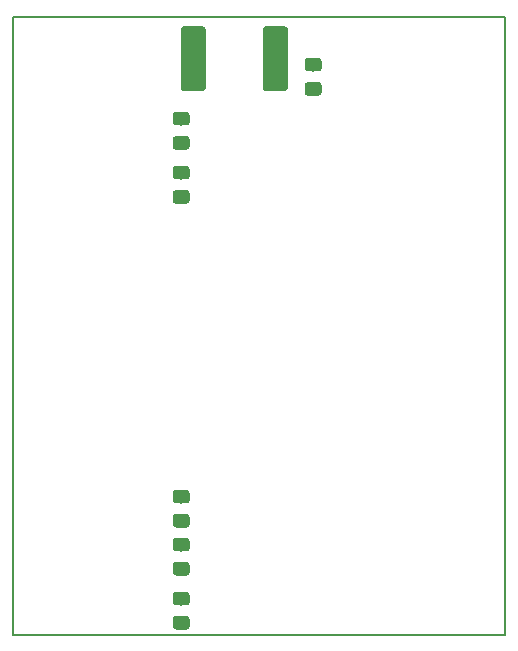
<source format=gtp>
%TF.GenerationSoftware,KiCad,Pcbnew,5.0.2+dfsg1-1*%
%TF.CreationDate,2022-03-26T23:48:13+09:00*%
%TF.ProjectId,tablet-psu,7461626c-6574-42d7-9073-752e6b696361,rev?*%
%TF.SameCoordinates,Original*%
%TF.FileFunction,Paste,Top*%
%TF.FilePolarity,Positive*%
%FSLAX46Y46*%
G04 Gerber Fmt 4.6, Leading zero omitted, Abs format (unit mm)*
G04 Created by KiCad (PCBNEW 5.0.2+dfsg1-1) date Sat 26 Mar 2022 11:48:13 PM JST*
%MOMM*%
%LPD*%
G01*
G04 APERTURE LIST*
%ADD10C,0.150000*%
%ADD11C,0.100000*%
%ADD12C,1.150000*%
%ADD13C,2.100000*%
G04 APERTURE END LIST*
D10*
X138176000Y-70104000D02*
X138176000Y-122428000D01*
X96520000Y-70104000D02*
X138176000Y-70104000D01*
X96520000Y-122428000D02*
X138176000Y-122428000D01*
X96520000Y-70104000D02*
X96520000Y-122428000D01*
D11*
G36*
X122394505Y-75644204D02*
X122418773Y-75647804D01*
X122442572Y-75653765D01*
X122465671Y-75662030D01*
X122487850Y-75672520D01*
X122508893Y-75685132D01*
X122528599Y-75699747D01*
X122546777Y-75716223D01*
X122563253Y-75734401D01*
X122577868Y-75754107D01*
X122590480Y-75775150D01*
X122600970Y-75797329D01*
X122609235Y-75820428D01*
X122615196Y-75844227D01*
X122618796Y-75868495D01*
X122620000Y-75892999D01*
X122620000Y-76543001D01*
X122618796Y-76567505D01*
X122615196Y-76591773D01*
X122609235Y-76615572D01*
X122600970Y-76638671D01*
X122590480Y-76660850D01*
X122577868Y-76681893D01*
X122563253Y-76701599D01*
X122546777Y-76719777D01*
X122528599Y-76736253D01*
X122508893Y-76750868D01*
X122487850Y-76763480D01*
X122465671Y-76773970D01*
X122442572Y-76782235D01*
X122418773Y-76788196D01*
X122394505Y-76791796D01*
X122370001Y-76793000D01*
X121469999Y-76793000D01*
X121445495Y-76791796D01*
X121421227Y-76788196D01*
X121397428Y-76782235D01*
X121374329Y-76773970D01*
X121352150Y-76763480D01*
X121331107Y-76750868D01*
X121311401Y-76736253D01*
X121293223Y-76719777D01*
X121276747Y-76701599D01*
X121262132Y-76681893D01*
X121249520Y-76660850D01*
X121239030Y-76638671D01*
X121230765Y-76615572D01*
X121224804Y-76591773D01*
X121221204Y-76567505D01*
X121220000Y-76543001D01*
X121220000Y-75892999D01*
X121221204Y-75868495D01*
X121224804Y-75844227D01*
X121230765Y-75820428D01*
X121239030Y-75797329D01*
X121249520Y-75775150D01*
X121262132Y-75754107D01*
X121276747Y-75734401D01*
X121293223Y-75716223D01*
X121311401Y-75699747D01*
X121331107Y-75685132D01*
X121352150Y-75672520D01*
X121374329Y-75662030D01*
X121397428Y-75653765D01*
X121421227Y-75647804D01*
X121445495Y-75644204D01*
X121469999Y-75643000D01*
X122370001Y-75643000D01*
X122394505Y-75644204D01*
X122394505Y-75644204D01*
G37*
D12*
X121920000Y-76218000D03*
D11*
G36*
X122394505Y-73594204D02*
X122418773Y-73597804D01*
X122442572Y-73603765D01*
X122465671Y-73612030D01*
X122487850Y-73622520D01*
X122508893Y-73635132D01*
X122528599Y-73649747D01*
X122546777Y-73666223D01*
X122563253Y-73684401D01*
X122577868Y-73704107D01*
X122590480Y-73725150D01*
X122600970Y-73747329D01*
X122609235Y-73770428D01*
X122615196Y-73794227D01*
X122618796Y-73818495D01*
X122620000Y-73842999D01*
X122620000Y-74493001D01*
X122618796Y-74517505D01*
X122615196Y-74541773D01*
X122609235Y-74565572D01*
X122600970Y-74588671D01*
X122590480Y-74610850D01*
X122577868Y-74631893D01*
X122563253Y-74651599D01*
X122546777Y-74669777D01*
X122528599Y-74686253D01*
X122508893Y-74700868D01*
X122487850Y-74713480D01*
X122465671Y-74723970D01*
X122442572Y-74732235D01*
X122418773Y-74738196D01*
X122394505Y-74741796D01*
X122370001Y-74743000D01*
X121469999Y-74743000D01*
X121445495Y-74741796D01*
X121421227Y-74738196D01*
X121397428Y-74732235D01*
X121374329Y-74723970D01*
X121352150Y-74713480D01*
X121331107Y-74700868D01*
X121311401Y-74686253D01*
X121293223Y-74669777D01*
X121276747Y-74651599D01*
X121262132Y-74631893D01*
X121249520Y-74610850D01*
X121239030Y-74588671D01*
X121230765Y-74565572D01*
X121224804Y-74541773D01*
X121221204Y-74517505D01*
X121220000Y-74493001D01*
X121220000Y-73842999D01*
X121221204Y-73818495D01*
X121224804Y-73794227D01*
X121230765Y-73770428D01*
X121239030Y-73747329D01*
X121249520Y-73725150D01*
X121262132Y-73704107D01*
X121276747Y-73684401D01*
X121293223Y-73666223D01*
X121311401Y-73649747D01*
X121331107Y-73635132D01*
X121352150Y-73622520D01*
X121374329Y-73612030D01*
X121397428Y-73603765D01*
X121421227Y-73597804D01*
X121445495Y-73594204D01*
X121469999Y-73593000D01*
X122370001Y-73593000D01*
X122394505Y-73594204D01*
X122394505Y-73594204D01*
G37*
D12*
X121920000Y-74168000D03*
D11*
G36*
X111218505Y-84788204D02*
X111242773Y-84791804D01*
X111266572Y-84797765D01*
X111289671Y-84806030D01*
X111311850Y-84816520D01*
X111332893Y-84829132D01*
X111352599Y-84843747D01*
X111370777Y-84860223D01*
X111387253Y-84878401D01*
X111401868Y-84898107D01*
X111414480Y-84919150D01*
X111424970Y-84941329D01*
X111433235Y-84964428D01*
X111439196Y-84988227D01*
X111442796Y-85012495D01*
X111444000Y-85036999D01*
X111444000Y-85687001D01*
X111442796Y-85711505D01*
X111439196Y-85735773D01*
X111433235Y-85759572D01*
X111424970Y-85782671D01*
X111414480Y-85804850D01*
X111401868Y-85825893D01*
X111387253Y-85845599D01*
X111370777Y-85863777D01*
X111352599Y-85880253D01*
X111332893Y-85894868D01*
X111311850Y-85907480D01*
X111289671Y-85917970D01*
X111266572Y-85926235D01*
X111242773Y-85932196D01*
X111218505Y-85935796D01*
X111194001Y-85937000D01*
X110293999Y-85937000D01*
X110269495Y-85935796D01*
X110245227Y-85932196D01*
X110221428Y-85926235D01*
X110198329Y-85917970D01*
X110176150Y-85907480D01*
X110155107Y-85894868D01*
X110135401Y-85880253D01*
X110117223Y-85863777D01*
X110100747Y-85845599D01*
X110086132Y-85825893D01*
X110073520Y-85804850D01*
X110063030Y-85782671D01*
X110054765Y-85759572D01*
X110048804Y-85735773D01*
X110045204Y-85711505D01*
X110044000Y-85687001D01*
X110044000Y-85036999D01*
X110045204Y-85012495D01*
X110048804Y-84988227D01*
X110054765Y-84964428D01*
X110063030Y-84941329D01*
X110073520Y-84919150D01*
X110086132Y-84898107D01*
X110100747Y-84878401D01*
X110117223Y-84860223D01*
X110135401Y-84843747D01*
X110155107Y-84829132D01*
X110176150Y-84816520D01*
X110198329Y-84806030D01*
X110221428Y-84797765D01*
X110245227Y-84791804D01*
X110269495Y-84788204D01*
X110293999Y-84787000D01*
X111194001Y-84787000D01*
X111218505Y-84788204D01*
X111218505Y-84788204D01*
G37*
D12*
X110744000Y-85362000D03*
D11*
G36*
X111218505Y-82738204D02*
X111242773Y-82741804D01*
X111266572Y-82747765D01*
X111289671Y-82756030D01*
X111311850Y-82766520D01*
X111332893Y-82779132D01*
X111352599Y-82793747D01*
X111370777Y-82810223D01*
X111387253Y-82828401D01*
X111401868Y-82848107D01*
X111414480Y-82869150D01*
X111424970Y-82891329D01*
X111433235Y-82914428D01*
X111439196Y-82938227D01*
X111442796Y-82962495D01*
X111444000Y-82986999D01*
X111444000Y-83637001D01*
X111442796Y-83661505D01*
X111439196Y-83685773D01*
X111433235Y-83709572D01*
X111424970Y-83732671D01*
X111414480Y-83754850D01*
X111401868Y-83775893D01*
X111387253Y-83795599D01*
X111370777Y-83813777D01*
X111352599Y-83830253D01*
X111332893Y-83844868D01*
X111311850Y-83857480D01*
X111289671Y-83867970D01*
X111266572Y-83876235D01*
X111242773Y-83882196D01*
X111218505Y-83885796D01*
X111194001Y-83887000D01*
X110293999Y-83887000D01*
X110269495Y-83885796D01*
X110245227Y-83882196D01*
X110221428Y-83876235D01*
X110198329Y-83867970D01*
X110176150Y-83857480D01*
X110155107Y-83844868D01*
X110135401Y-83830253D01*
X110117223Y-83813777D01*
X110100747Y-83795599D01*
X110086132Y-83775893D01*
X110073520Y-83754850D01*
X110063030Y-83732671D01*
X110054765Y-83709572D01*
X110048804Y-83685773D01*
X110045204Y-83661505D01*
X110044000Y-83637001D01*
X110044000Y-82986999D01*
X110045204Y-82962495D01*
X110048804Y-82938227D01*
X110054765Y-82914428D01*
X110063030Y-82891329D01*
X110073520Y-82869150D01*
X110086132Y-82848107D01*
X110100747Y-82828401D01*
X110117223Y-82810223D01*
X110135401Y-82793747D01*
X110155107Y-82779132D01*
X110176150Y-82766520D01*
X110198329Y-82756030D01*
X110221428Y-82747765D01*
X110245227Y-82741804D01*
X110269495Y-82738204D01*
X110293999Y-82737000D01*
X111194001Y-82737000D01*
X111218505Y-82738204D01*
X111218505Y-82738204D01*
G37*
D12*
X110744000Y-83312000D03*
D11*
G36*
X111218505Y-112211204D02*
X111242773Y-112214804D01*
X111266572Y-112220765D01*
X111289671Y-112229030D01*
X111311850Y-112239520D01*
X111332893Y-112252132D01*
X111352599Y-112266747D01*
X111370777Y-112283223D01*
X111387253Y-112301401D01*
X111401868Y-112321107D01*
X111414480Y-112342150D01*
X111424970Y-112364329D01*
X111433235Y-112387428D01*
X111439196Y-112411227D01*
X111442796Y-112435495D01*
X111444000Y-112459999D01*
X111444000Y-113110001D01*
X111442796Y-113134505D01*
X111439196Y-113158773D01*
X111433235Y-113182572D01*
X111424970Y-113205671D01*
X111414480Y-113227850D01*
X111401868Y-113248893D01*
X111387253Y-113268599D01*
X111370777Y-113286777D01*
X111352599Y-113303253D01*
X111332893Y-113317868D01*
X111311850Y-113330480D01*
X111289671Y-113340970D01*
X111266572Y-113349235D01*
X111242773Y-113355196D01*
X111218505Y-113358796D01*
X111194001Y-113360000D01*
X110293999Y-113360000D01*
X110269495Y-113358796D01*
X110245227Y-113355196D01*
X110221428Y-113349235D01*
X110198329Y-113340970D01*
X110176150Y-113330480D01*
X110155107Y-113317868D01*
X110135401Y-113303253D01*
X110117223Y-113286777D01*
X110100747Y-113268599D01*
X110086132Y-113248893D01*
X110073520Y-113227850D01*
X110063030Y-113205671D01*
X110054765Y-113182572D01*
X110048804Y-113158773D01*
X110045204Y-113134505D01*
X110044000Y-113110001D01*
X110044000Y-112459999D01*
X110045204Y-112435495D01*
X110048804Y-112411227D01*
X110054765Y-112387428D01*
X110063030Y-112364329D01*
X110073520Y-112342150D01*
X110086132Y-112321107D01*
X110100747Y-112301401D01*
X110117223Y-112283223D01*
X110135401Y-112266747D01*
X110155107Y-112252132D01*
X110176150Y-112239520D01*
X110198329Y-112229030D01*
X110221428Y-112220765D01*
X110245227Y-112214804D01*
X110269495Y-112211204D01*
X110293999Y-112210000D01*
X111194001Y-112210000D01*
X111218505Y-112211204D01*
X111218505Y-112211204D01*
G37*
D12*
X110744000Y-112785000D03*
D11*
G36*
X111218505Y-110161204D02*
X111242773Y-110164804D01*
X111266572Y-110170765D01*
X111289671Y-110179030D01*
X111311850Y-110189520D01*
X111332893Y-110202132D01*
X111352599Y-110216747D01*
X111370777Y-110233223D01*
X111387253Y-110251401D01*
X111401868Y-110271107D01*
X111414480Y-110292150D01*
X111424970Y-110314329D01*
X111433235Y-110337428D01*
X111439196Y-110361227D01*
X111442796Y-110385495D01*
X111444000Y-110409999D01*
X111444000Y-111060001D01*
X111442796Y-111084505D01*
X111439196Y-111108773D01*
X111433235Y-111132572D01*
X111424970Y-111155671D01*
X111414480Y-111177850D01*
X111401868Y-111198893D01*
X111387253Y-111218599D01*
X111370777Y-111236777D01*
X111352599Y-111253253D01*
X111332893Y-111267868D01*
X111311850Y-111280480D01*
X111289671Y-111290970D01*
X111266572Y-111299235D01*
X111242773Y-111305196D01*
X111218505Y-111308796D01*
X111194001Y-111310000D01*
X110293999Y-111310000D01*
X110269495Y-111308796D01*
X110245227Y-111305196D01*
X110221428Y-111299235D01*
X110198329Y-111290970D01*
X110176150Y-111280480D01*
X110155107Y-111267868D01*
X110135401Y-111253253D01*
X110117223Y-111236777D01*
X110100747Y-111218599D01*
X110086132Y-111198893D01*
X110073520Y-111177850D01*
X110063030Y-111155671D01*
X110054765Y-111132572D01*
X110048804Y-111108773D01*
X110045204Y-111084505D01*
X110044000Y-111060001D01*
X110044000Y-110409999D01*
X110045204Y-110385495D01*
X110048804Y-110361227D01*
X110054765Y-110337428D01*
X110063030Y-110314329D01*
X110073520Y-110292150D01*
X110086132Y-110271107D01*
X110100747Y-110251401D01*
X110117223Y-110233223D01*
X110135401Y-110216747D01*
X110155107Y-110202132D01*
X110176150Y-110189520D01*
X110198329Y-110179030D01*
X110221428Y-110170765D01*
X110245227Y-110164804D01*
X110269495Y-110161204D01*
X110293999Y-110160000D01*
X111194001Y-110160000D01*
X111218505Y-110161204D01*
X111218505Y-110161204D01*
G37*
D12*
X110744000Y-110735000D03*
D11*
G36*
X119534504Y-70936204D02*
X119558773Y-70939804D01*
X119582571Y-70945765D01*
X119605671Y-70954030D01*
X119627849Y-70964520D01*
X119648893Y-70977133D01*
X119668598Y-70991747D01*
X119686777Y-71008223D01*
X119703253Y-71026402D01*
X119717867Y-71046107D01*
X119730480Y-71067151D01*
X119740970Y-71089329D01*
X119749235Y-71112429D01*
X119755196Y-71136227D01*
X119758796Y-71160496D01*
X119760000Y-71185000D01*
X119760000Y-76135000D01*
X119758796Y-76159504D01*
X119755196Y-76183773D01*
X119749235Y-76207571D01*
X119740970Y-76230671D01*
X119730480Y-76252849D01*
X119717867Y-76273893D01*
X119703253Y-76293598D01*
X119686777Y-76311777D01*
X119668598Y-76328253D01*
X119648893Y-76342867D01*
X119627849Y-76355480D01*
X119605671Y-76365970D01*
X119582571Y-76374235D01*
X119558773Y-76380196D01*
X119534504Y-76383796D01*
X119510000Y-76385000D01*
X117910000Y-76385000D01*
X117885496Y-76383796D01*
X117861227Y-76380196D01*
X117837429Y-76374235D01*
X117814329Y-76365970D01*
X117792151Y-76355480D01*
X117771107Y-76342867D01*
X117751402Y-76328253D01*
X117733223Y-76311777D01*
X117716747Y-76293598D01*
X117702133Y-76273893D01*
X117689520Y-76252849D01*
X117679030Y-76230671D01*
X117670765Y-76207571D01*
X117664804Y-76183773D01*
X117661204Y-76159504D01*
X117660000Y-76135000D01*
X117660000Y-71185000D01*
X117661204Y-71160496D01*
X117664804Y-71136227D01*
X117670765Y-71112429D01*
X117679030Y-71089329D01*
X117689520Y-71067151D01*
X117702133Y-71046107D01*
X117716747Y-71026402D01*
X117733223Y-71008223D01*
X117751402Y-70991747D01*
X117771107Y-70977133D01*
X117792151Y-70964520D01*
X117814329Y-70954030D01*
X117837429Y-70945765D01*
X117861227Y-70939804D01*
X117885496Y-70936204D01*
X117910000Y-70935000D01*
X119510000Y-70935000D01*
X119534504Y-70936204D01*
X119534504Y-70936204D01*
G37*
D13*
X118710000Y-73660000D03*
D11*
G36*
X112584504Y-70936204D02*
X112608773Y-70939804D01*
X112632571Y-70945765D01*
X112655671Y-70954030D01*
X112677849Y-70964520D01*
X112698893Y-70977133D01*
X112718598Y-70991747D01*
X112736777Y-71008223D01*
X112753253Y-71026402D01*
X112767867Y-71046107D01*
X112780480Y-71067151D01*
X112790970Y-71089329D01*
X112799235Y-71112429D01*
X112805196Y-71136227D01*
X112808796Y-71160496D01*
X112810000Y-71185000D01*
X112810000Y-76135000D01*
X112808796Y-76159504D01*
X112805196Y-76183773D01*
X112799235Y-76207571D01*
X112790970Y-76230671D01*
X112780480Y-76252849D01*
X112767867Y-76273893D01*
X112753253Y-76293598D01*
X112736777Y-76311777D01*
X112718598Y-76328253D01*
X112698893Y-76342867D01*
X112677849Y-76355480D01*
X112655671Y-76365970D01*
X112632571Y-76374235D01*
X112608773Y-76380196D01*
X112584504Y-76383796D01*
X112560000Y-76385000D01*
X110960000Y-76385000D01*
X110935496Y-76383796D01*
X110911227Y-76380196D01*
X110887429Y-76374235D01*
X110864329Y-76365970D01*
X110842151Y-76355480D01*
X110821107Y-76342867D01*
X110801402Y-76328253D01*
X110783223Y-76311777D01*
X110766747Y-76293598D01*
X110752133Y-76273893D01*
X110739520Y-76252849D01*
X110729030Y-76230671D01*
X110720765Y-76207571D01*
X110714804Y-76183773D01*
X110711204Y-76159504D01*
X110710000Y-76135000D01*
X110710000Y-71185000D01*
X110711204Y-71160496D01*
X110714804Y-71136227D01*
X110720765Y-71112429D01*
X110729030Y-71089329D01*
X110739520Y-71067151D01*
X110752133Y-71046107D01*
X110766747Y-71026402D01*
X110783223Y-71008223D01*
X110801402Y-70991747D01*
X110821107Y-70977133D01*
X110842151Y-70964520D01*
X110864329Y-70954030D01*
X110887429Y-70945765D01*
X110911227Y-70939804D01*
X110935496Y-70936204D01*
X110960000Y-70935000D01*
X112560000Y-70935000D01*
X112584504Y-70936204D01*
X112584504Y-70936204D01*
G37*
D13*
X111760000Y-73660000D03*
D11*
G36*
X111218505Y-78166204D02*
X111242773Y-78169804D01*
X111266572Y-78175765D01*
X111289671Y-78184030D01*
X111311850Y-78194520D01*
X111332893Y-78207132D01*
X111352599Y-78221747D01*
X111370777Y-78238223D01*
X111387253Y-78256401D01*
X111401868Y-78276107D01*
X111414480Y-78297150D01*
X111424970Y-78319329D01*
X111433235Y-78342428D01*
X111439196Y-78366227D01*
X111442796Y-78390495D01*
X111444000Y-78414999D01*
X111444000Y-79065001D01*
X111442796Y-79089505D01*
X111439196Y-79113773D01*
X111433235Y-79137572D01*
X111424970Y-79160671D01*
X111414480Y-79182850D01*
X111401868Y-79203893D01*
X111387253Y-79223599D01*
X111370777Y-79241777D01*
X111352599Y-79258253D01*
X111332893Y-79272868D01*
X111311850Y-79285480D01*
X111289671Y-79295970D01*
X111266572Y-79304235D01*
X111242773Y-79310196D01*
X111218505Y-79313796D01*
X111194001Y-79315000D01*
X110293999Y-79315000D01*
X110269495Y-79313796D01*
X110245227Y-79310196D01*
X110221428Y-79304235D01*
X110198329Y-79295970D01*
X110176150Y-79285480D01*
X110155107Y-79272868D01*
X110135401Y-79258253D01*
X110117223Y-79241777D01*
X110100747Y-79223599D01*
X110086132Y-79203893D01*
X110073520Y-79182850D01*
X110063030Y-79160671D01*
X110054765Y-79137572D01*
X110048804Y-79113773D01*
X110045204Y-79089505D01*
X110044000Y-79065001D01*
X110044000Y-78414999D01*
X110045204Y-78390495D01*
X110048804Y-78366227D01*
X110054765Y-78342428D01*
X110063030Y-78319329D01*
X110073520Y-78297150D01*
X110086132Y-78276107D01*
X110100747Y-78256401D01*
X110117223Y-78238223D01*
X110135401Y-78221747D01*
X110155107Y-78207132D01*
X110176150Y-78194520D01*
X110198329Y-78184030D01*
X110221428Y-78175765D01*
X110245227Y-78169804D01*
X110269495Y-78166204D01*
X110293999Y-78165000D01*
X111194001Y-78165000D01*
X111218505Y-78166204D01*
X111218505Y-78166204D01*
G37*
D12*
X110744000Y-78740000D03*
D11*
G36*
X111218505Y-80216204D02*
X111242773Y-80219804D01*
X111266572Y-80225765D01*
X111289671Y-80234030D01*
X111311850Y-80244520D01*
X111332893Y-80257132D01*
X111352599Y-80271747D01*
X111370777Y-80288223D01*
X111387253Y-80306401D01*
X111401868Y-80326107D01*
X111414480Y-80347150D01*
X111424970Y-80369329D01*
X111433235Y-80392428D01*
X111439196Y-80416227D01*
X111442796Y-80440495D01*
X111444000Y-80464999D01*
X111444000Y-81115001D01*
X111442796Y-81139505D01*
X111439196Y-81163773D01*
X111433235Y-81187572D01*
X111424970Y-81210671D01*
X111414480Y-81232850D01*
X111401868Y-81253893D01*
X111387253Y-81273599D01*
X111370777Y-81291777D01*
X111352599Y-81308253D01*
X111332893Y-81322868D01*
X111311850Y-81335480D01*
X111289671Y-81345970D01*
X111266572Y-81354235D01*
X111242773Y-81360196D01*
X111218505Y-81363796D01*
X111194001Y-81365000D01*
X110293999Y-81365000D01*
X110269495Y-81363796D01*
X110245227Y-81360196D01*
X110221428Y-81354235D01*
X110198329Y-81345970D01*
X110176150Y-81335480D01*
X110155107Y-81322868D01*
X110135401Y-81308253D01*
X110117223Y-81291777D01*
X110100747Y-81273599D01*
X110086132Y-81253893D01*
X110073520Y-81232850D01*
X110063030Y-81210671D01*
X110054765Y-81187572D01*
X110048804Y-81163773D01*
X110045204Y-81139505D01*
X110044000Y-81115001D01*
X110044000Y-80464999D01*
X110045204Y-80440495D01*
X110048804Y-80416227D01*
X110054765Y-80392428D01*
X110063030Y-80369329D01*
X110073520Y-80347150D01*
X110086132Y-80326107D01*
X110100747Y-80306401D01*
X110117223Y-80288223D01*
X110135401Y-80271747D01*
X110155107Y-80257132D01*
X110176150Y-80244520D01*
X110198329Y-80234030D01*
X110221428Y-80225765D01*
X110245227Y-80219804D01*
X110269495Y-80216204D01*
X110293999Y-80215000D01*
X111194001Y-80215000D01*
X111218505Y-80216204D01*
X111218505Y-80216204D01*
G37*
D12*
X110744000Y-80790000D03*
D11*
G36*
X111218505Y-116275204D02*
X111242773Y-116278804D01*
X111266572Y-116284765D01*
X111289671Y-116293030D01*
X111311850Y-116303520D01*
X111332893Y-116316132D01*
X111352599Y-116330747D01*
X111370777Y-116347223D01*
X111387253Y-116365401D01*
X111401868Y-116385107D01*
X111414480Y-116406150D01*
X111424970Y-116428329D01*
X111433235Y-116451428D01*
X111439196Y-116475227D01*
X111442796Y-116499495D01*
X111444000Y-116523999D01*
X111444000Y-117174001D01*
X111442796Y-117198505D01*
X111439196Y-117222773D01*
X111433235Y-117246572D01*
X111424970Y-117269671D01*
X111414480Y-117291850D01*
X111401868Y-117312893D01*
X111387253Y-117332599D01*
X111370777Y-117350777D01*
X111352599Y-117367253D01*
X111332893Y-117381868D01*
X111311850Y-117394480D01*
X111289671Y-117404970D01*
X111266572Y-117413235D01*
X111242773Y-117419196D01*
X111218505Y-117422796D01*
X111194001Y-117424000D01*
X110293999Y-117424000D01*
X110269495Y-117422796D01*
X110245227Y-117419196D01*
X110221428Y-117413235D01*
X110198329Y-117404970D01*
X110176150Y-117394480D01*
X110155107Y-117381868D01*
X110135401Y-117367253D01*
X110117223Y-117350777D01*
X110100747Y-117332599D01*
X110086132Y-117312893D01*
X110073520Y-117291850D01*
X110063030Y-117269671D01*
X110054765Y-117246572D01*
X110048804Y-117222773D01*
X110045204Y-117198505D01*
X110044000Y-117174001D01*
X110044000Y-116523999D01*
X110045204Y-116499495D01*
X110048804Y-116475227D01*
X110054765Y-116451428D01*
X110063030Y-116428329D01*
X110073520Y-116406150D01*
X110086132Y-116385107D01*
X110100747Y-116365401D01*
X110117223Y-116347223D01*
X110135401Y-116330747D01*
X110155107Y-116316132D01*
X110176150Y-116303520D01*
X110198329Y-116293030D01*
X110221428Y-116284765D01*
X110245227Y-116278804D01*
X110269495Y-116275204D01*
X110293999Y-116274000D01*
X111194001Y-116274000D01*
X111218505Y-116275204D01*
X111218505Y-116275204D01*
G37*
D12*
X110744000Y-116849000D03*
D11*
G36*
X111218505Y-114225204D02*
X111242773Y-114228804D01*
X111266572Y-114234765D01*
X111289671Y-114243030D01*
X111311850Y-114253520D01*
X111332893Y-114266132D01*
X111352599Y-114280747D01*
X111370777Y-114297223D01*
X111387253Y-114315401D01*
X111401868Y-114335107D01*
X111414480Y-114356150D01*
X111424970Y-114378329D01*
X111433235Y-114401428D01*
X111439196Y-114425227D01*
X111442796Y-114449495D01*
X111444000Y-114473999D01*
X111444000Y-115124001D01*
X111442796Y-115148505D01*
X111439196Y-115172773D01*
X111433235Y-115196572D01*
X111424970Y-115219671D01*
X111414480Y-115241850D01*
X111401868Y-115262893D01*
X111387253Y-115282599D01*
X111370777Y-115300777D01*
X111352599Y-115317253D01*
X111332893Y-115331868D01*
X111311850Y-115344480D01*
X111289671Y-115354970D01*
X111266572Y-115363235D01*
X111242773Y-115369196D01*
X111218505Y-115372796D01*
X111194001Y-115374000D01*
X110293999Y-115374000D01*
X110269495Y-115372796D01*
X110245227Y-115369196D01*
X110221428Y-115363235D01*
X110198329Y-115354970D01*
X110176150Y-115344480D01*
X110155107Y-115331868D01*
X110135401Y-115317253D01*
X110117223Y-115300777D01*
X110100747Y-115282599D01*
X110086132Y-115262893D01*
X110073520Y-115241850D01*
X110063030Y-115219671D01*
X110054765Y-115196572D01*
X110048804Y-115172773D01*
X110045204Y-115148505D01*
X110044000Y-115124001D01*
X110044000Y-114473999D01*
X110045204Y-114449495D01*
X110048804Y-114425227D01*
X110054765Y-114401428D01*
X110063030Y-114378329D01*
X110073520Y-114356150D01*
X110086132Y-114335107D01*
X110100747Y-114315401D01*
X110117223Y-114297223D01*
X110135401Y-114280747D01*
X110155107Y-114266132D01*
X110176150Y-114253520D01*
X110198329Y-114243030D01*
X110221428Y-114234765D01*
X110245227Y-114228804D01*
X110269495Y-114225204D01*
X110293999Y-114224000D01*
X111194001Y-114224000D01*
X111218505Y-114225204D01*
X111218505Y-114225204D01*
G37*
D12*
X110744000Y-114799000D03*
D11*
G36*
X111218505Y-118797204D02*
X111242773Y-118800804D01*
X111266572Y-118806765D01*
X111289671Y-118815030D01*
X111311850Y-118825520D01*
X111332893Y-118838132D01*
X111352599Y-118852747D01*
X111370777Y-118869223D01*
X111387253Y-118887401D01*
X111401868Y-118907107D01*
X111414480Y-118928150D01*
X111424970Y-118950329D01*
X111433235Y-118973428D01*
X111439196Y-118997227D01*
X111442796Y-119021495D01*
X111444000Y-119045999D01*
X111444000Y-119696001D01*
X111442796Y-119720505D01*
X111439196Y-119744773D01*
X111433235Y-119768572D01*
X111424970Y-119791671D01*
X111414480Y-119813850D01*
X111401868Y-119834893D01*
X111387253Y-119854599D01*
X111370777Y-119872777D01*
X111352599Y-119889253D01*
X111332893Y-119903868D01*
X111311850Y-119916480D01*
X111289671Y-119926970D01*
X111266572Y-119935235D01*
X111242773Y-119941196D01*
X111218505Y-119944796D01*
X111194001Y-119946000D01*
X110293999Y-119946000D01*
X110269495Y-119944796D01*
X110245227Y-119941196D01*
X110221428Y-119935235D01*
X110198329Y-119926970D01*
X110176150Y-119916480D01*
X110155107Y-119903868D01*
X110135401Y-119889253D01*
X110117223Y-119872777D01*
X110100747Y-119854599D01*
X110086132Y-119834893D01*
X110073520Y-119813850D01*
X110063030Y-119791671D01*
X110054765Y-119768572D01*
X110048804Y-119744773D01*
X110045204Y-119720505D01*
X110044000Y-119696001D01*
X110044000Y-119045999D01*
X110045204Y-119021495D01*
X110048804Y-118997227D01*
X110054765Y-118973428D01*
X110063030Y-118950329D01*
X110073520Y-118928150D01*
X110086132Y-118907107D01*
X110100747Y-118887401D01*
X110117223Y-118869223D01*
X110135401Y-118852747D01*
X110155107Y-118838132D01*
X110176150Y-118825520D01*
X110198329Y-118815030D01*
X110221428Y-118806765D01*
X110245227Y-118800804D01*
X110269495Y-118797204D01*
X110293999Y-118796000D01*
X111194001Y-118796000D01*
X111218505Y-118797204D01*
X111218505Y-118797204D01*
G37*
D12*
X110744000Y-119371000D03*
D11*
G36*
X111218505Y-120847204D02*
X111242773Y-120850804D01*
X111266572Y-120856765D01*
X111289671Y-120865030D01*
X111311850Y-120875520D01*
X111332893Y-120888132D01*
X111352599Y-120902747D01*
X111370777Y-120919223D01*
X111387253Y-120937401D01*
X111401868Y-120957107D01*
X111414480Y-120978150D01*
X111424970Y-121000329D01*
X111433235Y-121023428D01*
X111439196Y-121047227D01*
X111442796Y-121071495D01*
X111444000Y-121095999D01*
X111444000Y-121746001D01*
X111442796Y-121770505D01*
X111439196Y-121794773D01*
X111433235Y-121818572D01*
X111424970Y-121841671D01*
X111414480Y-121863850D01*
X111401868Y-121884893D01*
X111387253Y-121904599D01*
X111370777Y-121922777D01*
X111352599Y-121939253D01*
X111332893Y-121953868D01*
X111311850Y-121966480D01*
X111289671Y-121976970D01*
X111266572Y-121985235D01*
X111242773Y-121991196D01*
X111218505Y-121994796D01*
X111194001Y-121996000D01*
X110293999Y-121996000D01*
X110269495Y-121994796D01*
X110245227Y-121991196D01*
X110221428Y-121985235D01*
X110198329Y-121976970D01*
X110176150Y-121966480D01*
X110155107Y-121953868D01*
X110135401Y-121939253D01*
X110117223Y-121922777D01*
X110100747Y-121904599D01*
X110086132Y-121884893D01*
X110073520Y-121863850D01*
X110063030Y-121841671D01*
X110054765Y-121818572D01*
X110048804Y-121794773D01*
X110045204Y-121770505D01*
X110044000Y-121746001D01*
X110044000Y-121095999D01*
X110045204Y-121071495D01*
X110048804Y-121047227D01*
X110054765Y-121023428D01*
X110063030Y-121000329D01*
X110073520Y-120978150D01*
X110086132Y-120957107D01*
X110100747Y-120937401D01*
X110117223Y-120919223D01*
X110135401Y-120902747D01*
X110155107Y-120888132D01*
X110176150Y-120875520D01*
X110198329Y-120865030D01*
X110221428Y-120856765D01*
X110245227Y-120850804D01*
X110269495Y-120847204D01*
X110293999Y-120846000D01*
X111194001Y-120846000D01*
X111218505Y-120847204D01*
X111218505Y-120847204D01*
G37*
D12*
X110744000Y-121421000D03*
M02*

</source>
